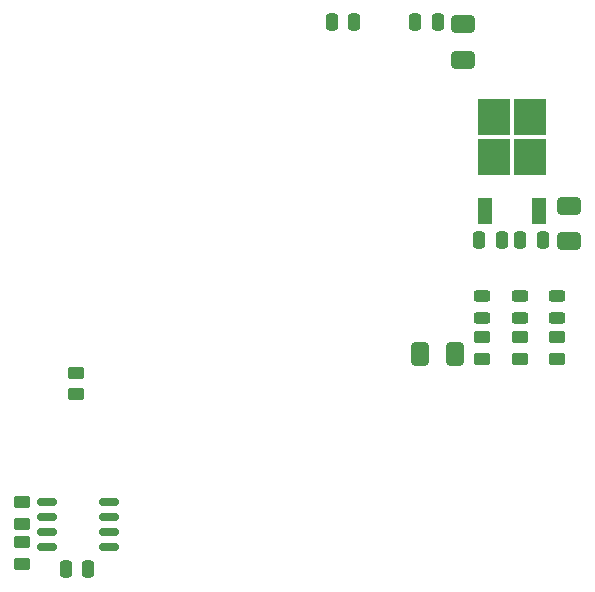
<source format=gtp>
G04 #@! TF.GenerationSoftware,KiCad,Pcbnew,(6.0.8)*
G04 #@! TF.CreationDate,2023-06-29T00:22:17-04:00*
G04 #@! TF.ProjectId,proyecto final,70726f79-6563-4746-9f20-66696e616c2e,rev?*
G04 #@! TF.SameCoordinates,Original*
G04 #@! TF.FileFunction,Paste,Top*
G04 #@! TF.FilePolarity,Positive*
%FSLAX46Y46*%
G04 Gerber Fmt 4.6, Leading zero omitted, Abs format (unit mm)*
G04 Created by KiCad (PCBNEW (6.0.8)) date 2023-06-29 00:22:17*
%MOMM*%
%LPD*%
G01*
G04 APERTURE LIST*
G04 Aperture macros list*
%AMRoundRect*
0 Rectangle with rounded corners*
0 $1 Rounding radius*
0 $2 $3 $4 $5 $6 $7 $8 $9 X,Y pos of 4 corners*
0 Add a 4 corners polygon primitive as box body*
4,1,4,$2,$3,$4,$5,$6,$7,$8,$9,$2,$3,0*
0 Add four circle primitives for the rounded corners*
1,1,$1+$1,$2,$3*
1,1,$1+$1,$4,$5*
1,1,$1+$1,$6,$7*
1,1,$1+$1,$8,$9*
0 Add four rect primitives between the rounded corners*
20,1,$1+$1,$2,$3,$4,$5,0*
20,1,$1+$1,$4,$5,$6,$7,0*
20,1,$1+$1,$6,$7,$8,$9,0*
20,1,$1+$1,$8,$9,$2,$3,0*%
G04 Aperture macros list end*
%ADD10R,2.750000X3.050000*%
%ADD11R,1.200000X2.200000*%
%ADD12RoundRect,0.243750X0.456250X-0.243750X0.456250X0.243750X-0.456250X0.243750X-0.456250X-0.243750X0*%
%ADD13RoundRect,0.250000X0.250000X0.475000X-0.250000X0.475000X-0.250000X-0.475000X0.250000X-0.475000X0*%
%ADD14RoundRect,0.250000X-0.250000X-0.475000X0.250000X-0.475000X0.250000X0.475000X-0.250000X0.475000X0*%
%ADD15RoundRect,0.250000X-0.450000X0.262500X-0.450000X-0.262500X0.450000X-0.262500X0.450000X0.262500X0*%
%ADD16RoundRect,0.380000X-0.635000X0.380000X-0.635000X-0.380000X0.635000X-0.380000X0.635000X0.380000X0*%
%ADD17RoundRect,0.380000X0.380000X0.635000X-0.380000X0.635000X-0.380000X-0.635000X0.380000X-0.635000X0*%
%ADD18RoundRect,0.250000X0.450000X-0.262500X0.450000X0.262500X-0.450000X0.262500X-0.450000X-0.262500X0*%
%ADD19RoundRect,0.150000X-0.675000X-0.150000X0.675000X-0.150000X0.675000X0.150000X-0.675000X0.150000X0*%
G04 APERTURE END LIST*
D10*
X162460000Y-65050000D03*
X159410000Y-61700000D03*
X162460000Y-61700000D03*
X159410000Y-65050000D03*
D11*
X158655000Y-69675000D03*
X163215000Y-69675000D03*
D12*
X161615000Y-78692500D03*
X161615000Y-76817500D03*
D13*
X163535000Y-72075000D03*
X161635000Y-72075000D03*
D14*
X158175000Y-72075000D03*
X160075000Y-72075000D03*
D15*
X123995000Y-83332500D03*
X123995000Y-85157500D03*
X161585000Y-80322500D03*
X161585000Y-82147500D03*
X119485000Y-94302500D03*
X119485000Y-96127500D03*
D16*
X165765000Y-69195000D03*
X165765000Y-72235000D03*
D13*
X154635000Y-53665000D03*
X152735000Y-53665000D03*
D14*
X145655000Y-53675000D03*
X147555000Y-53675000D03*
D16*
X156815000Y-53800000D03*
X156815000Y-56840000D03*
D17*
X156150000Y-81755000D03*
X153110000Y-81755000D03*
D18*
X119485000Y-99547500D03*
X119485000Y-97722500D03*
D19*
X121590000Y-94330000D03*
X121590000Y-95600000D03*
X121590000Y-96870000D03*
X121590000Y-98140000D03*
X126840000Y-98140000D03*
X126840000Y-96870000D03*
X126840000Y-95600000D03*
X126840000Y-94330000D03*
D15*
X158365000Y-80322500D03*
X158365000Y-82147500D03*
D12*
X164755000Y-78692500D03*
X164755000Y-76817500D03*
D13*
X125035000Y-99995000D03*
X123135000Y-99995000D03*
D15*
X164755000Y-80322500D03*
X164755000Y-82147500D03*
D12*
X158385000Y-78692500D03*
X158385000Y-76817500D03*
M02*

</source>
